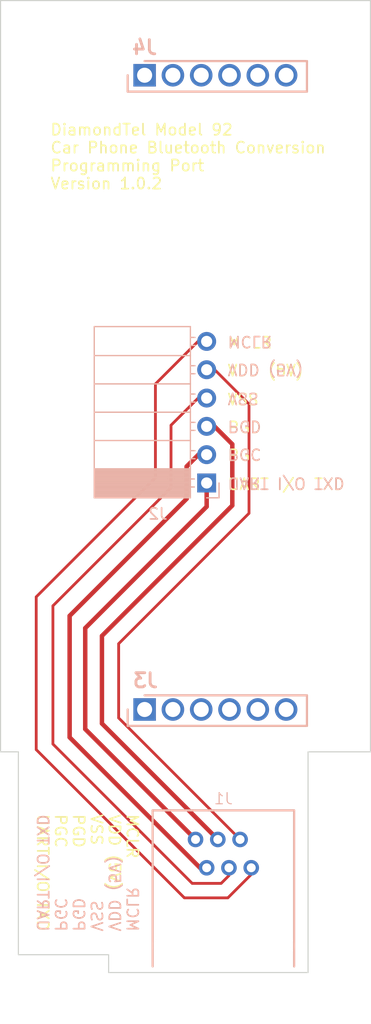
<source format=kicad_pcb>
(kicad_pcb (version 20221018) (generator pcbnew)
  (layers (0 "F.Cu" signal) (31 "B.Cu" signal) (34 "B.Paste" user) (35 "F.Paste" user) (36 "B.SilkS" user "B.Silkscreen") (37 "F.SilkS" user "F.Silkscreen") (38 "B.Mask" user) (39 "F.Mask" user) (44 "Edge.Cuts" user))
  (net 0 "")
  (net 7 "Net-(J2-Pin_1)")
  (net 8 "Net-(J2-Pin_2)")
  (net 9 "Net-(J2-Pin_3)")
  (net 10 "Net-(J2-Pin_4)")
  (net 11 "Net-(J2-Pin_5)")
  (net 12 "Net-(J2-Pin_6)")
  (footprint "Project Footprints:TM5RE1-66" (layer "B.Cu") (at 130 147.6 180)
    (fp_text reference "J1" (at 0 13.2 unlocked) (layer "B.SilkS") (effects (font (thickness 0.1)) (justify mirror)))
    (fp_text value "TM5RE1-66")
    (fp_line (start -6.35 -1.85) (end -6.35 12.15) (stroke (width 0.2)) (layer "B.SilkS"))
    (fp_line (start -6.35 12.15) (end 6.35 12.15) (stroke (width 0.2)) (layer "B.SilkS"))
    (fp_line (start 6.35 12.15) (end 6.35 -1.85) (stroke (width 0.2)) (layer "B.SilkS"))
    (pad "" np_thru_hole circle (at -5 0 180) (size 2.4 2.4) (drill 2.4) (layers "F&B.Cu" "*.Mask"))
    (pad "" np_thru_hole circle (at 5 0 180) (size 2.4 2.4) (drill 2.4) (layers "F&B.Cu" "*.Mask"))
    (pad "1" thru_hole circle (at -2.5 7 180) (size 1.4 1.4) (drill 0.8) (layers "*.Cu" "*.Mask") (net 12 "Net-(J2-Pin_6)"))
    (pad "2" thru_hole circle (at -1.5 9.54 180) (size 1.4 1.4) (drill 0.8) (layers "*.Cu" "*.Mask") (net 11 "Net-(J2-Pin_5)"))
    (pad "3" thru_hole circle (at -0.5 7 180) (size 1.4 1.4) (drill 0.8) (layers "*.Cu" "*.Mask") (net 10 "Net-(J2-Pin_4)"))
    (pad "4" thru_hole circle (at 0.5 9.54 180) (size 1.4 1.4) (drill 0.8) (layers "*.Cu" "*.Mask") (net 9 "Net-(J2-Pin_3)"))
    (pad "5" thru_hole circle (at 1.5 7 180) (size 1.4 1.4) (drill 0.8) (layers "*.Cu" "*.Mask") (net 8 "Net-(J2-Pin_2)"))
    (pad "6" thru_hole circle (at 2.5 9.54 180) (size 1.4 1.4) (drill 0.8) (layers "*.Cu" "*.Mask") (net 7 "Net-(J2-Pin_1)"))
  )
  (footprint "Project Footprints:RHDR6W80P0X254_1X6_1574X254X870P_1MM_SPACER" (layer "B.Cu") (at 122.93 126.4)
    (fp_text reference "J3" (at 0.07 -2.6) (layer "B.SilkS") (effects (font (size 1.27 1.27) (thickness 0.254)) (justify mirror)))
    (fp_text value "PPTC061LFBN-RC" hide)
    (fp_line (start -1.52 1.47) (end -1.52 0) (stroke (width 0.2)) (layer "B.SilkS"))
    (fp_line (start 0 -1.27) (end 14.57 -1.27) (stroke (width 0.2)) (layer "B.SilkS"))
    (fp_line (start 14.57 -1.27) (end 14.57 1.47) (stroke (width 0.2)) (layer "B.SilkS"))
    (fp_line (start 14.57 1.47) (end -1.52 1.47) (stroke (width 0.2)) (layer "B.SilkS"))
    (pad "1" thru_hole rect (at 0 0) (size 2.025 2.025) (drill 1.35) (layers "*.Cu" "*.Mask"))
    (pad "2" thru_hole circle (at 2.54 0) (size 2.025 2.025) (drill 1.35) (layers "*.Cu" "*.Mask"))
    (pad "3" thru_hole circle (at 5.08 0) (size 2.025 2.025) (drill 1.35) (layers "*.Cu" "*.Mask"))
    (pad "4" thru_hole circle (at 7.62 0) (size 2.025 2.025) (drill 1.35) (layers "*.Cu" "*.Mask"))
    (pad "5" thru_hole circle (at 10.16 0) (size 2.025 2.025) (drill 1.35) (layers "*.Cu" "*.Mask"))
    (pad "6" thru_hole circle (at 12.7 0) (size 2.025 2.025) (drill 1.35) (layers "*.Cu" "*.Mask"))
  )
  (footprint "Connector_PinSocket_2.54mm:PinSocket_1x06_P2.54mm_Horizontal" (layer "B.Cu") (at 128.5 106.08)
    (fp_text reference "J2" (at -4.38 2.77) (layer "B.SilkS") (effects (justify mirror)))
    (fp_text value "PPTC061LGBN-RC")
    (fp_line (start -10.09 -14.03) (end -1.46 -14.03) (stroke (width 0.12)) (layer "B.SilkS"))
    (fp_line (start -10.09 -11.43) (end -1.46 -11.43) (stroke (width 0.12)) (layer "B.SilkS"))
    (fp_line (start -10.09 -8.89) (end -1.46 -8.89) (stroke (width 0.12)) (layer "B.SilkS"))
    (fp_line (start -10.09 -6.35) (end -1.46 -6.35) (stroke (width 0.12)) (layer "B.SilkS"))
    (fp_line (start -10.09 -3.81) (end -1.46 -3.81) (stroke (width 0.12)) (layer "B.SilkS"))
    (fp_line (start -10.09 -1.27) (end -1.46 -1.27) (stroke (width 0.12)) (layer "B.SilkS"))
    (fp_line (start -10.09 -1.1519) (end -1.46 -1.1519) (stroke (width 0.12)) (layer "B.SilkS"))
    (fp_line (start -10.09 -1.033805) (end -1.46 -1.033805) (stroke (width 0.12)) (layer "B.SilkS"))
    (fp_line (start -10.09 -0.91571) (end -1.46 -0.91571) (stroke (width 0.12)) (layer "B.SilkS"))
    (fp_line (start -10.09 -0.797615) (end -1.46 -0.797615) (stroke (width 0.12)) (layer "B.SilkS"))
    (fp_line (start -10.09 -0.67952) (end -1.46 -0.67952) (stroke (width 0.12)) (layer "B.SilkS"))
    (fp_line (start -10.09 -0.561425) (end -1.46 -0.561425) (stroke (width 0.12)) (layer "B.SilkS"))
    (fp_line (start -10.09 -0.44333) (end -1.46 -0.44333) (stroke (width 0.12)) (layer "B.SilkS"))
    (fp_line (start -10.09 -0.325235) (end -1.46 -0.325235) (stroke (width 0.12)) (layer "B.SilkS"))
    (fp_line (start -10.09 -0.20714) (end -1.46 -0.20714) (stroke (width 0.12)) (layer "B.SilkS"))
    (fp_line (start -10.09 -0.089045) (end -1.46 -0.089045) (stroke (width 0.12)) (layer "B.SilkS"))
    (fp_line (start -10.09 0.02905) (end -1.46 0.02905) (stroke (width 0.12)) (layer "B.SilkS"))
    (fp_line (start -10.09 0.147145) (end -1.46 0.147145) (stroke (width 0.12)) (layer "B.SilkS"))
    (fp_line (start -10.09 0.26524) (end -1.46 0.26524) (stroke (width 0.12)) (layer "B.SilkS"))
    (fp_line (start -10.09 0.383335) (end -1.46 0.383335) (stroke (width 0.12)) (layer "B.SilkS"))
    (fp_line (start -10.09 0.50143) (end -1.46 0.50143) (stroke (width 0.12)) (layer "B.SilkS"))
    (fp_line (start -10.09 0.619525) (end -1.46 0.619525) (stroke (width 0.12)) (layer "B.SilkS"))
    (fp_line (start -10.09 0.73762) (end -1.46 0.73762) (stroke (width 0.12)) (layer "B.SilkS"))
    (fp_line (start -10.09 0.855715) (end -1.46 0.855715) (stroke (width 0.12)) (layer "B.SilkS"))
    (fp_line (start -10.09 0.97381) (end -1.46 0.97381) (stroke (width 0.12)) (layer "B.SilkS"))
    (fp_line (start -10.09 1.091905) (end -1.46 1.091905) (stroke (width 0.12)) (layer "B.SilkS"))
    (fp_line (start -10.09 1.21) (end -1.46 1.21) (stroke (width 0.12)) (layer "B.SilkS"))
    (fp_line (start -10.09 1.33) (end -10.09 -14.03) (stroke (width 0.12)) (layer "B.SilkS"))
    (fp_line (start -10.09 1.33) (end -1.46 1.33) (stroke (width 0.12)) (layer "B.SilkS"))
    (fp_line (start -1.46 -13.06) (end -1.05 -13.06) (stroke (width 0.12)) (layer "B.SilkS"))
    (fp_line (start -1.46 -12.34) (end -1.05 -12.34) (stroke (width 0.12)) (layer "B.SilkS"))
    (fp_line (start -1.46 -10.52) (end -1.05 -10.52) (stroke (width 0.12)) (layer "B.SilkS"))
    (fp_line (start -1.46 -9.8) (end -1.05 -9.8) (stroke (width 0.12)) (layer "B.SilkS"))
    (fp_line (start -1.46 -7.98) (end -1.05 -7.98) (stroke (width 0.12)) (layer "B.SilkS"))
    (fp_line (start -1.46 -7.26) (end -1.05 -7.26) (stroke (width 0.12)) (layer "B.SilkS"))
    (fp_line (start -1.46 -5.44) (end -1.05 -5.44) (stroke (width 0.12)) (layer "B.SilkS"))
    (fp_line (start -1.46 -4.72) (end -1.05 -4.72) (stroke (width 0.12)) (layer "B.SilkS"))
    (fp_line (start -1.46 -2.9) (end -1.05 -2.9) (stroke (width 0.12)) (layer "B.SilkS"))
    (fp_line (start -1.46 -2.18) (end -1.05 -2.18) (stroke (width 0.12)) (layer "B.SilkS"))
    (fp_line (start -1.46 -0.36) (end -1.11 -0.36) (stroke (width 0.12)) (layer "B.SilkS"))
    (fp_line (start -1.46 0.36) (end -1.11 0.36) (stroke (width 0.12)) (layer "B.SilkS"))
    (fp_line (start -1.46 1.33) (end -1.46 -14.03) (stroke (width 0.12)) (layer "B.SilkS"))
    (fp_line (start 0 1.33) (end 1.11 1.33) (stroke (width 0.12)) (layer "B.SilkS"))
    (fp_line (start 1.11 1.33) (end 1.11 0) (stroke (width 0.12)) (layer "B.SilkS"))
    (pad "1" thru_hole rect (at 0 0) (size 1.7 1.7) (drill 1) (layers "*.Cu" "*.Mask") (net 7 "Net-(J2-Pin_1)"))
    (pad "2" thru_hole oval (at 0 -2.54) (size 1.7 1.7) (drill 1) (layers "*.Cu" "*.Mask") (net 8 "Net-(J2-Pin_2)"))
    (pad "3" thru_hole oval (at 0 -5.08) (size 1.7 1.7) (drill 1) (layers "*.Cu" "*.Mask") (net 9 "Net-(J2-Pin_3)"))
    (pad "4" thru_hole oval (at 0 -7.62) (size 1.7 1.7) (drill 1) (layers "*.Cu" "*.Mask") (net 10 "Net-(J2-Pin_4)"))
    (pad "5" thru_hole oval (at 0 -10.16) (size 1.7 1.7) (drill 1) (layers "*.Cu" "*.Mask") (net 11 "Net-(J2-Pin_5)"))
    (pad "6" thru_hole oval (at 0 -12.7) (size 1.7 1.7) (drill 1) (layers "*.Cu" "*.Mask") (net 12 "Net-(J2-Pin_6)"))
  )
  (footprint "Project Footprints:RHDR6W80P0X254_1X6_1574X254X870P_1MM_SPACER" (layer "B.Cu") (at 122.93 69.5)
    (fp_text reference "J4" (at 0 -2.5) (layer "B.SilkS") (effects (font (size 1.27 1.27) (thickness 0.254)) (justify mirror)))
    (fp_text value "PPTC061LFBN-RC" hide)
    (fp_line (start -1.52 1.47) (end -1.52 0) (stroke (width 0.2)) (layer "B.SilkS"))
    (fp_line (start 0 -1.27) (end 14.57 -1.27) (stroke (width 0.2)) (layer "B.SilkS"))
    (fp_line (start 14.57 -1.27) (end 14.57 1.47) (stroke (width 0.2)) (layer "B.SilkS"))
    (fp_line (start 14.57 1.47) (end -1.52 1.47) (stroke (width 0.2)) (layer "B.SilkS"))
    (pad "1" thru_hole rect (at 0 0) (size 2.025 2.025) (drill 1.35) (layers "*.Cu" "*.Mask"))
    (pad "2" thru_hole circle (at 2.54 0) (size 2.025 2.025) (drill 1.35) (layers "*.Cu" "*.Mask"))
    (pad "3" thru_hole circle (at 5.08 0) (size 2.025 2.025) (drill 1.35) (layers "*.Cu" "*.Mask"))
    (pad "4" thru_hole circle (at 7.62 0) (size 2.025 2.025) (drill 1.35) (layers "*.Cu" "*.Mask"))
    (pad "5" thru_hole circle (at 10.16 0) (size 2.025 2.025) (drill 1.35) (layers "*.Cu" "*.Mask"))
    (pad "6" thru_hole circle (at 12.7 0) (size 2.025 2.025) (drill 1.35) (layers "*.Cu" "*.Mask"))
  )
  (gr_line (start 137.6 130.2) (end 137.6 150) (stroke (width 0.1)) (layer "Edge.Cuts"))
  (gr_line (start 111.6 130.2) (end 110 130.2) (stroke (width 0.1)) (layer "Edge.Cuts"))
  (gr_line (start 143.2 62.8) (end 143.2 130.2) (stroke (width 0.1)) (layer "Edge.Cuts"))
  (gr_line (start 110 130.2) (end 110 62.8) (stroke (width 0.1)) (layer "Edge.Cuts"))
  (gr_line (start 119.7 148.4) (end 111.6 148.4) (stroke (width 0.1)) (layer "Edge.Cuts"))
  (gr_line (start 137.6 150) (end 119.7 150) (stroke (width 0.1)) (layer "Edge.Cuts"))
  (gr_line (start 110 62.8) (end 143.2 62.8) (stroke (width 0.1)) (layer "Edge.Cuts"))
  (gr_line (start 119.7 150) (end 119.7 148.4) (stroke (width 0.1)) (layer "Edge.Cuts"))
  (gr_line (start 143.2 130.2) (end 137.6 130.2) (stroke (width 0.1)) (layer "Edge.Cuts"))
  (gr_line (start 111.6 148.4) (end 111.6 130.2) (stroke (width 0.1)) (layer "Edge.Cuts"))
  (gr_text "MCLR\nVDD (5V)\nVSS\nPGD\nPGC\nUART I/O TXD\n" (at 117.8 146.4 270) (layer "B.SilkS") (effects (font (size 1 1)) (justify left mirror)))
  (gr_text "UART I/O TXD" (at 130.3 106.1 -180) (layer "B.SilkS") (effects (font (size 1 1)) (justify left mirror)))
  (gr_text "MCLR" (at 130.3 93.4 -180) (layer "B.SilkS") (effects (font (size 1 1)) (justify left mirror)))
  (gr_text "VSS" (at 130.3 98.5 -180) (layer "B.SilkS") (effects (font (size 1 1)) (justify left mirror)))
  (gr_text "PGD" (at 130.3 101 -180) (layer "B.SilkS") (effects (font (size 1 1)) (justify left mirror)))
  (gr_text "PGC" (at 130.3 103.5 -180) (layer "B.SilkS") (effects (font (size 1 1)) (justify left mirror)))
  (gr_text "VDD (5V)" (at 130.3 95.9 -180) (layer "B.SilkS") (effects (font (size 1 1)) (justify left mirror)))
  (gr_text "DiamondTel Model 92\nCar Phone Bluetooth Conversion\nProgramming Port\nVersion 1.0.2" (at 114.4 79.8) (layer "F.SilkS") (effects (font (size 1 1)) (justify left bottom)))
  (gr_text "PGC" (at 130.3 103.6) (layer "F.SilkS") (effects (font (size 1 1)) (justify left)))
  (gr_text "UART I/O TXD" (at 130.3 106.2) (layer "F.SilkS") (effects (font (size 1 1)) (justify left)))
  (gr_text "VSS" (at 130.3 98.6) (layer "F.SilkS") (effects (font (size 1 1)) (justify left)))
  (gr_text "MCLR" (at 130.3 93.5) (layer "F.SilkS") (effects (font (size 1 1)) (justify left)))
  (gr_text "PGD" (at 130.3 101.1) (layer "F.SilkS") (effects (font (size 1 1)) (justify left)))
  (gr_text "VDD (5V)" (at 130.3 96) (layer "F.SilkS") (effects (font (size 1 1)) (justify left)))
  (gr_text "MCLR\nVDD (5V)\nVSS\nPGD\nPGC\nUART I/O TXD\n" (at 113.2 135.7 270) (layer "F.SilkS") (effects (font (size 1 1)) (justify left bottom)))
  (segment (start 128.5 108.2) (end 117.6 119.1) (width 0.4) (layer "F.Cu") (net 7))
  (segment (start 117.6 128.16) (end 127.5 138.06) (width 0.4) (layer "F.Cu") (net 7))
  (segment (start 117.6 119.1) (end 117.6 128.16) (width 0.4) (layer "F.Cu") (net 7))
  (segment (start 128.5 106.08) (end 128.5 108.2) (width 0.4) (layer "F.Cu") (net 7))
  (segment (start 127.9 140.6) (end 128.5 140.6) (width 0.4) (layer "F.Cu") (net 8))
  (segment (start 128.5 103.54) (end 127.76 103.54) (width 0.4) (layer "F.Cu") (net 8))
  (segment (start 127.76 103.54) (end 126.7 104.6) (width 0.4) (layer "F.Cu") (net 8))
  (segment (start 116.2 128.9) (end 127.9 140.6) (width 0.4) (layer "F.Cu") (net 8))
  (segment (start 126.7 104.6) (end 126.7 107.5) (width 0.4) (layer "F.Cu") (net 8))
  (segment (start 126.7 107.5) (end 116.2 118) (width 0.4) (layer "F.Cu") (net 8))
  (segment (start 116.2 118) (end 116.2 128.9) (width 0.4) (layer "F.Cu") (net 8))
  (segment (start 119.1 127.66) (end 129.5 138.06) (width 0.4) (layer "F.Cu") (net 9))
  (segment (start 128.5 101) (end 129.2 101) (width 0.4) (layer "F.Cu") (net 9))
  (segment (start 119.1 119.8) (end 119.1 127.66) (width 0.4) (layer "F.Cu") (net 9))
  (segment (start 129.2 101) (end 130.8 102.6) (width 0.4) (layer "F.Cu") (net 9))
  (segment (start 130.8 102.6) (end 130.8 108.1) (width 0.4) (layer "F.Cu") (net 9))
  (segment (start 130.8 108.1) (end 119.1 119.8) (width 0.4) (layer "F.Cu") (net 9))
  (segment (start 127.2 142) (end 129.8 142) (width 0.25) (layer "F.Cu") (net 10))
  (segment (start 127.74 98.46) (end 125.3 100.9) (width 0.25) (layer "F.Cu") (net 10))
  (segment (start 128.5 98.46) (end 127.74 98.46) (width 0.25) (layer "F.Cu") (net 10))
  (segment (start 125.3 106.5) (end 114.7 117.1) (width 0.25) (layer "F.Cu") (net 10))
  (segment (start 125.3 100.9) (end 125.3 106.5) (width 0.25) (layer "F.Cu") (net 10))
  (segment (start 114.7 117.1) (end 114.7 129.5) (width 0.25) (layer "F.Cu") (net 10))
  (segment (start 129.8 142) (end 130.5 141.3) (width 0.25) (layer "F.Cu") (net 10))
  (segment (start 114.7 129.5) (end 127.2 142) (width 0.25) (layer "F.Cu") (net 10))
  (segment (start 130.5 141.3) (end 130.5 140.6) (width 0.25) (layer "F.Cu") (net 10))
  (segment (start 132.3 108.8) (end 120.6 120.5) (width 0.25) (layer "F.Cu") (net 11))
  (segment (start 132.3 98.95) (end 132.3 108.8) (width 0.25) (layer "F.Cu") (net 11))
  (segment (start 128.5 95.92) (end 129.22 95.92) (width 0.25) (layer "F.Cu") (net 11))
  (segment (start 120.6 127.16) (end 131.5 138.06) (width 0.25) (layer "F.Cu") (net 11))
  (segment (start 120.6 120.5) (end 120.6 127.16) (width 0.25) (layer "F.Cu") (net 11))
  (segment (start 129.22 95.92) (end 132.2 98.9) (width 0.25) (layer "F.Cu") (net 11))
  (segment (start 123.9 105.6) (end 113.2 116.3) (width 0.25) (layer "F.Cu") (net 12))
  (segment (start 127.72 93.38) (end 123.9 97.2) (width 0.25) (layer "F.Cu") (net 12))
  (segment (start 113.2 130) (end 126.5 143.3) (width 0.25) (layer "F.Cu") (net 12))
  (segment (start 113.2 116.3) (end 113.2 130) (width 0.25) (layer "F.Cu") (net 12))
  (segment (start 132.5 141.2) (end 132.5 140.6) (width 0.25) (layer "F.Cu") (net 12))
  (segment (start 126.5 143.3) (end 130.4 143.3) (width 0.25) (layer "F.Cu") (net 12))
  (segment (start 128.5 93.38) (end 127.72 93.38) (width 0.25) (layer "F.Cu") (net 12))
  (segment (start 123.9 97.2) (end 123.9 105.6) (width 0.25) (layer "F.Cu") (net 12))
  (segment (start 130.4 143.3) (end 132.5 141.2) (width 0.25) (layer "F.Cu") (net 12))
)
</source>
